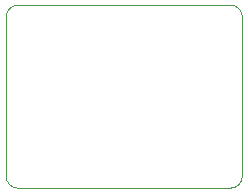
<source format=gbr>
%TF.GenerationSoftware,KiCad,Pcbnew,(6.0.5-0)*%
%TF.CreationDate,2022-07-11T22:44:34-07:00*%
%TF.ProjectId,usb_type_c,7573625f-7479-4706-955f-632e6b696361,rev?*%
%TF.SameCoordinates,Original*%
%TF.FileFunction,Profile,NP*%
%FSLAX46Y46*%
G04 Gerber Fmt 4.6, Leading zero omitted, Abs format (unit mm)*
G04 Created by KiCad (PCBNEW (6.0.5-0)) date 2022-07-11 22:44:34*
%MOMM*%
%LPD*%
G01*
G04 APERTURE LIST*
%TA.AperFunction,Profile*%
%ADD10C,0.038100*%
%TD*%
G04 APERTURE END LIST*
D10*
X91000000Y-58000000D02*
X109000000Y-58000000D01*
X110000000Y-72500000D02*
X110000000Y-59000000D01*
X91000000Y-58000000D02*
G75*
G03*
X90000000Y-59000000I0J-1000000D01*
G01*
X90000000Y-72500000D02*
X90000000Y-59000000D01*
X109000000Y-73500000D02*
G75*
G03*
X110000000Y-72500000I0J1000000D01*
G01*
X91000000Y-73500000D02*
X109000000Y-73500000D01*
X110000000Y-59000000D02*
G75*
G03*
X109000000Y-58000000I-1000000J0D01*
G01*
X90000000Y-72500000D02*
G75*
G03*
X91000000Y-73500000I1000000J0D01*
G01*
M02*

</source>
